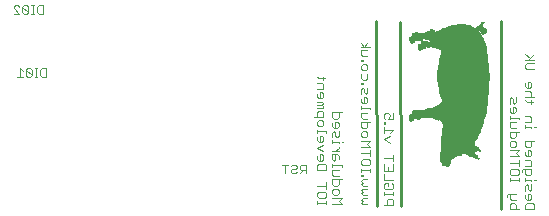
<source format=gbo>
G75*
%MOIN*%
%OFA0B0*%
%FSLAX25Y25*%
%IPPOS*%
%LPD*%
%AMOC8*
5,1,8,0,0,1.08239X$1,22.5*
%
%ADD10R,0.00060X0.01980*%
%ADD11R,0.00060X0.01200*%
%ADD12R,0.00060X0.02460*%
%ADD13R,0.00060X0.02280*%
%ADD14R,0.00060X0.02520*%
%ADD15R,0.00060X0.00240*%
%ADD16R,0.00060X0.02760*%
%ADD17R,0.00060X0.03240*%
%ADD18R,0.00060X0.03000*%
%ADD19R,0.00060X0.02700*%
%ADD20R,0.00060X0.00240*%
%ADD21R,0.00060X0.01740*%
%ADD22R,0.00060X0.02040*%
%ADD23R,0.00060X0.02220*%
%ADD24R,0.00060X0.03300*%
%ADD25R,0.00060X0.03480*%
%ADD26R,0.00060X0.05520*%
%ADD27R,0.00060X0.03540*%
%ADD28R,0.00060X0.05760*%
%ADD29R,0.00060X0.06000*%
%ADD30R,0.00060X0.04020*%
%ADD31R,0.00060X0.04260*%
%ADD32R,0.00060X0.05520*%
%ADD33R,0.00060X0.04500*%
%ADD34R,0.00060X0.04740*%
%ADD35R,0.00060X0.04980*%
%ADD36R,0.00060X0.05220*%
%ADD37R,0.00060X0.07020*%
%ADD38R,0.00060X0.10020*%
%ADD39R,0.00060X0.06240*%
%ADD40R,0.00060X0.12240*%
%ADD41R,0.00060X0.06480*%
%ADD42R,0.00060X0.14040*%
%ADD43R,0.00060X0.06720*%
%ADD44R,0.00060X0.09000*%
%ADD45R,0.00060X0.15720*%
%ADD46R,0.00060X0.07260*%
%ADD47R,0.00060X0.10980*%
%ADD48R,0.00060X0.06780*%
%ADD49R,0.00060X0.24000*%
%ADD50R,0.00060X0.12480*%
%ADD51R,0.00060X0.31740*%
%ADD52R,0.00060X0.45720*%
%ADD53R,0.00060X0.46260*%
%ADD54R,0.00060X0.46500*%
%ADD55R,0.00060X0.46740*%
%ADD56R,0.00060X0.46740*%
%ADD57R,0.00060X0.45780*%
%ADD58R,0.00060X0.45240*%
%ADD59R,0.00060X0.44760*%
%ADD60R,0.00060X0.44520*%
%ADD61R,0.00060X0.44220*%
%ADD62R,0.00060X0.43980*%
%ADD63R,0.00060X0.43740*%
%ADD64R,0.00060X0.43500*%
%ADD65R,0.00060X0.43200*%
%ADD66R,0.00060X0.42960*%
%ADD67R,0.00060X0.43260*%
%ADD68R,0.00060X0.38760*%
%ADD69R,0.00060X0.37980*%
%ADD70R,0.00060X0.01500*%
%ADD71R,0.00060X0.37500*%
%ADD72R,0.00060X0.37200*%
%ADD73R,0.00060X0.01260*%
%ADD74R,0.00060X0.00780*%
%ADD75R,0.00060X0.37020*%
%ADD76R,0.00060X0.00540*%
%ADD77R,0.00060X0.36780*%
%ADD78R,0.00060X0.34260*%
%ADD79R,0.00060X0.00480*%
%ADD80R,0.00060X0.33240*%
%ADD81R,0.00060X0.02220*%
%ADD82R,0.00060X0.32220*%
%ADD83R,0.00060X0.31260*%
%ADD84R,0.00060X0.30000*%
%ADD85R,0.00060X0.02520*%
%ADD86R,0.00060X0.01020*%
%ADD87R,0.00060X0.28740*%
%ADD88R,0.00060X0.27780*%
%ADD89R,0.00060X0.26280*%
%ADD90R,0.00060X0.24480*%
%ADD91R,0.00060X0.22800*%
%ADD92R,0.00060X0.20520*%
%ADD93R,0.00060X0.17280*%
%ADD94R,0.00060X0.10500*%
%ADD95C,0.01000*%
%ADD96C,0.00300*%
D10*
X0144308Y0056040D03*
X0144368Y0056040D03*
X0144428Y0056040D03*
X0144488Y0056040D03*
X0150308Y0080280D03*
X0150368Y0080280D03*
X0150428Y0080280D03*
X0150488Y0080280D03*
X0150548Y0080280D03*
X0150608Y0080280D03*
X0150668Y0080280D03*
X0150728Y0080280D03*
X0169268Y0084780D03*
X0169328Y0084780D03*
X0169388Y0084780D03*
X0169448Y0084780D03*
X0169508Y0084780D03*
D11*
X0144488Y0082170D03*
X0144428Y0082170D03*
X0144368Y0082170D03*
X0144308Y0082170D03*
D12*
X0147308Y0083040D03*
X0147368Y0083040D03*
X0147428Y0083040D03*
X0147488Y0083040D03*
X0147548Y0083040D03*
X0147608Y0083040D03*
X0147668Y0083040D03*
X0147728Y0083040D03*
X0147788Y0083040D03*
X0147848Y0083040D03*
X0147908Y0083040D03*
X0147968Y0083040D03*
X0148028Y0083040D03*
X0148088Y0083040D03*
X0148148Y0083040D03*
X0148208Y0083040D03*
X0148268Y0083040D03*
X0148328Y0083040D03*
X0148388Y0083040D03*
X0148448Y0083040D03*
X0148508Y0083040D03*
X0170528Y0069540D03*
X0170588Y0069540D03*
X0170648Y0069540D03*
X0170708Y0069540D03*
X0149468Y0057300D03*
X0149408Y0057300D03*
X0149348Y0057300D03*
X0149288Y0057300D03*
X0149228Y0057300D03*
X0149168Y0057300D03*
X0149108Y0057300D03*
X0149048Y0057300D03*
X0148988Y0057300D03*
X0148928Y0057300D03*
X0148868Y0057300D03*
X0148808Y0057300D03*
X0148748Y0057300D03*
X0148688Y0057300D03*
X0148628Y0057300D03*
X0148568Y0057300D03*
X0144968Y0056040D03*
X0144908Y0056040D03*
X0144848Y0056040D03*
X0144788Y0056040D03*
X0144728Y0056040D03*
X0144668Y0056040D03*
X0144608Y0056040D03*
X0144548Y0056040D03*
D13*
X0147788Y0079410D03*
X0147848Y0079410D03*
X0147908Y0079410D03*
X0147968Y0079410D03*
X0149528Y0080430D03*
X0149588Y0080430D03*
X0149648Y0080430D03*
X0149708Y0080430D03*
X0149768Y0080430D03*
X0149828Y0080430D03*
X0149888Y0080430D03*
X0149948Y0080430D03*
X0150008Y0080430D03*
X0150068Y0080430D03*
X0150128Y0080430D03*
X0150188Y0080430D03*
X0150248Y0080430D03*
X0144728Y0081930D03*
X0144668Y0081930D03*
X0144608Y0081930D03*
X0144548Y0081930D03*
X0169028Y0084930D03*
X0169088Y0084930D03*
X0169148Y0084930D03*
X0169208Y0084930D03*
D14*
X0168968Y0085050D03*
X0168908Y0085050D03*
X0168848Y0085050D03*
X0168788Y0085050D03*
X0168728Y0085050D03*
X0168668Y0085050D03*
X0168608Y0085050D03*
X0168548Y0085050D03*
X0149708Y0083310D03*
X0149648Y0083310D03*
X0149588Y0083310D03*
X0149528Y0083310D03*
X0149468Y0080310D03*
X0149408Y0080310D03*
X0149348Y0080310D03*
X0149288Y0080310D03*
X0149228Y0080310D03*
X0149168Y0080310D03*
X0149108Y0080310D03*
X0149048Y0080310D03*
X0148988Y0080310D03*
X0148928Y0080310D03*
X0148868Y0080310D03*
X0148808Y0080310D03*
X0144968Y0081810D03*
X0144908Y0081810D03*
X0144848Y0081810D03*
X0144788Y0081810D03*
X0145028Y0056310D03*
X0145088Y0056310D03*
X0145148Y0056310D03*
X0145208Y0056310D03*
D15*
X0145208Y0057930D03*
X0145148Y0057930D03*
X0145088Y0057930D03*
X0145028Y0057930D03*
D16*
X0147788Y0056910D03*
X0147848Y0056910D03*
X0147908Y0056910D03*
X0147968Y0056910D03*
X0148028Y0057150D03*
X0148088Y0057150D03*
X0148148Y0057150D03*
X0148208Y0057150D03*
X0148268Y0057150D03*
X0148328Y0057150D03*
X0148388Y0057150D03*
X0148448Y0057150D03*
X0148508Y0057150D03*
X0148568Y0080190D03*
X0148628Y0080190D03*
X0148688Y0080190D03*
X0148748Y0080190D03*
X0145208Y0081930D03*
X0145148Y0081930D03*
X0145088Y0081930D03*
X0145028Y0081930D03*
X0149768Y0083190D03*
X0149828Y0083190D03*
X0149888Y0083190D03*
X0149948Y0083190D03*
X0150008Y0083190D03*
X0150068Y0083190D03*
X0150128Y0083190D03*
X0150188Y0083190D03*
X0150248Y0083190D03*
D17*
X0145988Y0082650D03*
X0145928Y0082650D03*
X0145868Y0082650D03*
X0145808Y0082650D03*
X0145748Y0082410D03*
X0145688Y0082410D03*
X0145628Y0082410D03*
X0145568Y0082410D03*
X0145508Y0082410D03*
X0145448Y0082410D03*
X0145388Y0082410D03*
X0145328Y0082410D03*
X0145268Y0082410D03*
X0146768Y0056910D03*
X0146828Y0056910D03*
X0146888Y0056910D03*
X0146948Y0056910D03*
X0147008Y0056910D03*
X0147068Y0056910D03*
X0147128Y0056910D03*
X0147188Y0056910D03*
X0147248Y0056910D03*
X0147308Y0056910D03*
X0147368Y0056910D03*
X0147428Y0056910D03*
X0147488Y0056910D03*
X0145508Y0056670D03*
X0145448Y0056670D03*
X0145388Y0056670D03*
X0145328Y0056670D03*
X0145268Y0056670D03*
D18*
X0145568Y0056790D03*
X0145628Y0056790D03*
X0145688Y0056790D03*
X0145748Y0056790D03*
X0145808Y0057030D03*
X0145868Y0057030D03*
X0145928Y0057030D03*
X0145988Y0057030D03*
X0146048Y0057030D03*
X0146108Y0057030D03*
X0146168Y0057030D03*
X0146228Y0057030D03*
X0146288Y0057030D03*
X0146348Y0057030D03*
X0146408Y0057030D03*
X0146468Y0057030D03*
X0146528Y0057030D03*
X0146588Y0057030D03*
X0146648Y0057030D03*
X0146708Y0057030D03*
X0147548Y0056790D03*
X0147608Y0056790D03*
X0147668Y0056790D03*
X0147728Y0056790D03*
X0149768Y0057270D03*
X0149828Y0057270D03*
X0149888Y0057270D03*
X0149948Y0057270D03*
X0150008Y0057270D03*
X0148208Y0079770D03*
X0148148Y0079770D03*
X0148088Y0079770D03*
X0148028Y0079770D03*
X0148268Y0080070D03*
X0148328Y0080070D03*
X0148388Y0080070D03*
X0148448Y0080070D03*
X0148508Y0080070D03*
X0146708Y0082770D03*
X0146648Y0082770D03*
X0146588Y0082770D03*
X0146528Y0082770D03*
X0146468Y0082770D03*
X0146408Y0082770D03*
X0146348Y0082770D03*
X0146288Y0082770D03*
X0146228Y0082770D03*
X0146168Y0082770D03*
X0146108Y0082770D03*
X0146048Y0082770D03*
X0150308Y0083310D03*
X0150368Y0083310D03*
X0150428Y0083310D03*
X0150488Y0083310D03*
X0150548Y0083310D03*
X0150608Y0083310D03*
X0150668Y0083310D03*
X0150728Y0083310D03*
D19*
X0147248Y0082920D03*
X0147188Y0082920D03*
X0147128Y0082920D03*
X0147068Y0082920D03*
X0147008Y0082920D03*
X0146948Y0082920D03*
X0146888Y0082920D03*
X0146828Y0082920D03*
X0146768Y0082920D03*
X0167768Y0085920D03*
X0167828Y0085920D03*
X0167888Y0085920D03*
X0167948Y0085920D03*
X0168008Y0085920D03*
X0149708Y0057420D03*
X0149648Y0057420D03*
X0149588Y0057420D03*
X0149528Y0057420D03*
D20*
X0167768Y0044910D03*
X0167828Y0044910D03*
X0167888Y0044910D03*
X0167948Y0044910D03*
X0168008Y0044910D03*
X0167468Y0042150D03*
X0167408Y0042150D03*
X0167348Y0042150D03*
X0167288Y0042150D03*
X0147248Y0079410D03*
X0147188Y0079410D03*
X0147128Y0079410D03*
X0147068Y0079410D03*
X0169808Y0084690D03*
X0169868Y0084690D03*
X0169928Y0084690D03*
X0169988Y0084690D03*
X0169208Y0087690D03*
X0169148Y0087690D03*
X0169088Y0087690D03*
X0169028Y0087690D03*
D21*
X0150968Y0080400D03*
X0150908Y0080400D03*
X0150848Y0080400D03*
X0150788Y0080400D03*
X0147488Y0079440D03*
X0147428Y0079440D03*
X0147368Y0079440D03*
X0147308Y0079440D03*
X0166268Y0045660D03*
X0166328Y0045660D03*
X0166388Y0045660D03*
X0166448Y0045660D03*
X0166508Y0045660D03*
X0165968Y0043440D03*
X0165908Y0043440D03*
X0165848Y0043440D03*
X0165788Y0043440D03*
D22*
X0147728Y0079290D03*
X0147668Y0079290D03*
X0147608Y0079290D03*
X0147548Y0079290D03*
D23*
X0148568Y0083160D03*
X0148628Y0083160D03*
X0148688Y0083160D03*
X0148748Y0083160D03*
X0148808Y0083160D03*
X0148868Y0083160D03*
X0148928Y0083160D03*
X0148988Y0083160D03*
X0149048Y0083160D03*
X0149108Y0083160D03*
X0149168Y0083160D03*
X0149228Y0083160D03*
X0149288Y0083160D03*
X0149348Y0083160D03*
X0149408Y0083160D03*
X0149468Y0083160D03*
X0165788Y0045660D03*
X0165848Y0045660D03*
X0165908Y0045660D03*
X0165968Y0045660D03*
X0166028Y0045660D03*
X0166088Y0045660D03*
X0166148Y0045660D03*
X0166208Y0045660D03*
D24*
X0151208Y0057420D03*
X0151148Y0057420D03*
X0151088Y0057420D03*
X0151028Y0057420D03*
X0150968Y0057420D03*
X0150908Y0057420D03*
X0150848Y0057420D03*
X0150788Y0057420D03*
X0150728Y0057420D03*
X0150668Y0057420D03*
X0150608Y0057420D03*
X0150548Y0057420D03*
X0150488Y0057420D03*
X0150428Y0057420D03*
X0150368Y0057420D03*
X0150308Y0057420D03*
X0150248Y0057420D03*
X0150188Y0057420D03*
X0150128Y0057420D03*
X0150068Y0057420D03*
D25*
X0154568Y0042810D03*
X0154628Y0042810D03*
X0154688Y0042810D03*
X0154748Y0042810D03*
X0150968Y0083310D03*
X0150908Y0083310D03*
X0150848Y0083310D03*
X0150788Y0083310D03*
D26*
X0151028Y0082290D03*
X0151088Y0082290D03*
X0151148Y0082290D03*
X0151208Y0082290D03*
D27*
X0168068Y0085800D03*
X0168128Y0085800D03*
X0168188Y0085800D03*
X0168248Y0085800D03*
X0151988Y0057540D03*
X0151928Y0057540D03*
X0151868Y0057540D03*
X0151808Y0057540D03*
X0151748Y0057540D03*
X0151688Y0057540D03*
X0151628Y0057540D03*
X0151568Y0057540D03*
X0151508Y0057540D03*
X0151448Y0057540D03*
X0151388Y0057540D03*
X0151328Y0057540D03*
X0151268Y0057540D03*
D28*
X0153308Y0081930D03*
X0153368Y0081930D03*
X0153428Y0081930D03*
X0153488Y0081930D03*
X0153548Y0081930D03*
X0153608Y0081930D03*
X0153668Y0081930D03*
X0153728Y0081930D03*
X0152468Y0082170D03*
X0152408Y0082170D03*
X0152348Y0082170D03*
X0152288Y0082170D03*
X0152228Y0082170D03*
X0152168Y0082170D03*
X0152108Y0082170D03*
X0152048Y0082170D03*
X0151748Y0082410D03*
X0151688Y0082410D03*
X0151628Y0082410D03*
X0151568Y0082410D03*
X0151508Y0082410D03*
X0151448Y0082410D03*
X0151388Y0082410D03*
X0151328Y0082410D03*
X0151268Y0082410D03*
D29*
X0151808Y0082290D03*
X0151868Y0082290D03*
X0151928Y0082290D03*
X0151988Y0082290D03*
X0153788Y0082050D03*
X0153848Y0082050D03*
X0153908Y0082050D03*
X0153968Y0082050D03*
X0154568Y0057810D03*
X0154628Y0057810D03*
X0154688Y0057810D03*
X0154748Y0057810D03*
D30*
X0152468Y0057540D03*
X0152408Y0057540D03*
X0152348Y0057540D03*
X0152288Y0057540D03*
X0152228Y0057540D03*
X0152168Y0057540D03*
X0152108Y0057540D03*
X0152048Y0057540D03*
X0153548Y0069780D03*
X0153608Y0069780D03*
X0153668Y0069780D03*
X0153728Y0069780D03*
D31*
X0152708Y0057660D03*
X0152648Y0057660D03*
X0152588Y0057660D03*
X0152528Y0057660D03*
D32*
X0154028Y0057810D03*
X0154088Y0057810D03*
X0154148Y0057810D03*
X0154208Y0057810D03*
X0154268Y0057810D03*
X0154328Y0057810D03*
X0154388Y0057810D03*
X0154448Y0057810D03*
X0154508Y0057810D03*
X0153248Y0082050D03*
X0153188Y0082050D03*
X0153128Y0082050D03*
X0153068Y0082050D03*
X0153008Y0082050D03*
X0152948Y0082050D03*
X0152888Y0082050D03*
X0152828Y0082050D03*
X0152768Y0082050D03*
X0152708Y0082050D03*
X0152648Y0082050D03*
X0152588Y0082050D03*
X0152528Y0082050D03*
D33*
X0152768Y0057540D03*
X0152828Y0057540D03*
X0152888Y0057540D03*
X0152948Y0057540D03*
X0153008Y0057540D03*
X0165548Y0044820D03*
X0165608Y0044820D03*
X0165668Y0044820D03*
X0165728Y0044820D03*
D34*
X0153488Y0057660D03*
X0153428Y0057660D03*
X0153368Y0057660D03*
X0153308Y0057660D03*
X0153248Y0057660D03*
X0153188Y0057660D03*
X0153128Y0057660D03*
X0153068Y0057660D03*
D35*
X0153548Y0057780D03*
X0153608Y0057780D03*
X0153668Y0057780D03*
X0153728Y0057780D03*
D36*
X0153788Y0057660D03*
X0153848Y0057660D03*
X0153908Y0057660D03*
X0153968Y0057660D03*
D37*
X0153968Y0069780D03*
X0153908Y0069780D03*
X0153848Y0069780D03*
X0153788Y0069780D03*
D38*
X0154028Y0069780D03*
X0154088Y0069780D03*
X0154148Y0069780D03*
X0154208Y0069780D03*
D39*
X0154208Y0081930D03*
X0154148Y0081930D03*
X0154088Y0081930D03*
X0154028Y0081930D03*
D40*
X0154268Y0069930D03*
X0154328Y0069930D03*
X0154388Y0069930D03*
X0154448Y0069930D03*
X0154508Y0069930D03*
D41*
X0154508Y0082050D03*
X0154448Y0082050D03*
X0154388Y0082050D03*
X0154328Y0082050D03*
X0154268Y0082050D03*
X0154808Y0057810D03*
X0154868Y0057810D03*
X0154928Y0057810D03*
X0154988Y0057810D03*
D42*
X0154748Y0070050D03*
X0154688Y0070050D03*
X0154628Y0070050D03*
X0154568Y0070050D03*
D43*
X0154568Y0081930D03*
X0154628Y0081930D03*
X0154688Y0081930D03*
X0154748Y0081930D03*
D44*
X0154808Y0045270D03*
X0154868Y0045270D03*
X0154928Y0045270D03*
X0154988Y0045270D03*
D45*
X0154988Y0070170D03*
X0154928Y0070170D03*
X0154868Y0070170D03*
X0154808Y0070170D03*
D46*
X0154808Y0081900D03*
X0154868Y0081900D03*
X0154928Y0081900D03*
X0154988Y0081900D03*
D47*
X0155048Y0045540D03*
X0155108Y0045540D03*
X0155168Y0045540D03*
X0155228Y0045540D03*
D48*
X0155228Y0057660D03*
X0155168Y0057660D03*
X0155108Y0057660D03*
X0155048Y0057660D03*
D49*
X0155048Y0073530D03*
X0155108Y0073530D03*
X0155168Y0073530D03*
X0155228Y0073530D03*
D50*
X0155288Y0046290D03*
X0155348Y0046290D03*
X0155408Y0046290D03*
X0155468Y0046290D03*
D51*
X0155468Y0069900D03*
X0155408Y0069900D03*
X0155348Y0069900D03*
X0155288Y0069900D03*
D52*
X0155528Y0062910D03*
X0155588Y0062910D03*
X0155648Y0062910D03*
X0155708Y0062910D03*
X0155768Y0062910D03*
X0155828Y0062910D03*
X0155888Y0062910D03*
X0155948Y0062910D03*
X0156008Y0062910D03*
D53*
X0156068Y0062940D03*
X0156128Y0062940D03*
X0156188Y0062940D03*
X0156248Y0062940D03*
X0156308Y0062940D03*
X0156368Y0062940D03*
X0156428Y0062940D03*
X0156488Y0062940D03*
D54*
X0156548Y0063060D03*
X0156608Y0063060D03*
X0156668Y0063060D03*
X0156728Y0063060D03*
X0156788Y0063060D03*
X0156848Y0063060D03*
X0156908Y0063060D03*
X0156968Y0063060D03*
D55*
X0157028Y0062940D03*
X0157088Y0062940D03*
X0157148Y0062940D03*
X0157208Y0062940D03*
D56*
X0157268Y0063180D03*
X0157328Y0063180D03*
X0157388Y0063180D03*
X0157448Y0063180D03*
X0157508Y0063180D03*
D57*
X0157568Y0063660D03*
X0157628Y0063660D03*
X0157688Y0063660D03*
X0157748Y0063660D03*
D58*
X0157808Y0063930D03*
X0157868Y0063930D03*
X0157928Y0063930D03*
X0157988Y0063930D03*
D59*
X0158048Y0064170D03*
X0158108Y0064170D03*
X0158168Y0064170D03*
X0158228Y0064170D03*
X0158288Y0064410D03*
X0158348Y0064410D03*
X0158408Y0064410D03*
X0158468Y0064410D03*
D60*
X0158528Y0064530D03*
X0158588Y0064530D03*
X0158648Y0064530D03*
X0158708Y0064530D03*
D61*
X0158768Y0064680D03*
X0158828Y0064680D03*
X0158888Y0064680D03*
X0158948Y0064680D03*
X0159008Y0064680D03*
X0159068Y0064680D03*
X0159128Y0064680D03*
X0159188Y0064680D03*
X0159248Y0064680D03*
X0159308Y0064920D03*
X0159368Y0064920D03*
X0159428Y0064920D03*
X0159488Y0064920D03*
D62*
X0159548Y0065040D03*
X0159608Y0065040D03*
X0159668Y0065040D03*
X0159728Y0065040D03*
X0159788Y0065040D03*
X0159848Y0065040D03*
X0159908Y0065040D03*
X0159968Y0065040D03*
D63*
X0160028Y0065160D03*
X0160088Y0065160D03*
X0160148Y0065160D03*
X0160208Y0065160D03*
X0160268Y0065160D03*
X0160328Y0065160D03*
X0160388Y0065160D03*
X0160448Y0065160D03*
X0160508Y0065160D03*
X0160568Y0065400D03*
X0160628Y0065400D03*
X0160688Y0065400D03*
X0160748Y0065400D03*
X0160808Y0065400D03*
X0160868Y0065400D03*
X0160928Y0065400D03*
X0160988Y0065400D03*
X0161048Y0065400D03*
X0161108Y0065400D03*
X0161168Y0065400D03*
X0161228Y0065400D03*
X0161288Y0065400D03*
X0161348Y0065400D03*
X0161408Y0065400D03*
X0161468Y0065400D03*
X0164288Y0064920D03*
X0164348Y0064920D03*
X0164408Y0064920D03*
X0164468Y0064920D03*
D64*
X0164528Y0064800D03*
X0164588Y0064800D03*
X0164648Y0064800D03*
X0164708Y0064800D03*
X0164768Y0064560D03*
X0164828Y0064560D03*
X0164888Y0064560D03*
X0164948Y0064560D03*
X0165008Y0064560D03*
X0165068Y0064560D03*
X0165128Y0064560D03*
X0165188Y0064560D03*
X0165248Y0064560D03*
X0164228Y0065040D03*
X0164168Y0065040D03*
X0164108Y0065040D03*
X0164048Y0065040D03*
X0163988Y0065040D03*
X0163928Y0065040D03*
X0163868Y0065040D03*
X0163808Y0065040D03*
X0163748Y0065280D03*
X0163688Y0065280D03*
X0163628Y0065280D03*
X0163568Y0065280D03*
X0162488Y0065520D03*
X0162428Y0065520D03*
X0162368Y0065520D03*
X0162308Y0065520D03*
X0162248Y0065520D03*
X0162188Y0065520D03*
X0162128Y0065520D03*
X0162068Y0065520D03*
X0162008Y0065520D03*
X0161948Y0065520D03*
X0161888Y0065520D03*
X0161828Y0065520D03*
X0161768Y0065520D03*
X0161708Y0065520D03*
X0161648Y0065520D03*
X0161588Y0065520D03*
X0161528Y0065520D03*
D65*
X0162548Y0065670D03*
X0162608Y0065670D03*
X0162668Y0065670D03*
X0162728Y0065670D03*
X0162788Y0065670D03*
X0162848Y0065670D03*
X0162908Y0065670D03*
X0162968Y0065670D03*
D66*
X0163028Y0065550D03*
X0163088Y0065550D03*
X0163148Y0065550D03*
X0163208Y0065550D03*
D67*
X0163268Y0065400D03*
X0163328Y0065400D03*
X0163388Y0065400D03*
X0163448Y0065400D03*
X0163508Y0065400D03*
X0165308Y0064440D03*
X0165368Y0064440D03*
X0165428Y0064440D03*
X0165488Y0064440D03*
D68*
X0165548Y0066690D03*
X0165608Y0066690D03*
X0165668Y0066690D03*
X0165728Y0066690D03*
D69*
X0165788Y0066780D03*
X0165848Y0066780D03*
X0165908Y0066780D03*
X0165968Y0066780D03*
D70*
X0169568Y0084780D03*
X0169628Y0084780D03*
X0169688Y0084780D03*
X0169748Y0084780D03*
X0166988Y0045540D03*
X0166928Y0045540D03*
X0166868Y0045540D03*
X0166808Y0045540D03*
X0166748Y0045540D03*
X0166688Y0045540D03*
X0166628Y0045540D03*
X0166568Y0045540D03*
X0166208Y0043320D03*
X0166148Y0043320D03*
X0166088Y0043320D03*
X0166028Y0043320D03*
X0166268Y0043020D03*
X0166328Y0043020D03*
X0166388Y0043020D03*
X0166448Y0043020D03*
X0166508Y0043020D03*
D71*
X0166208Y0066780D03*
X0166148Y0066780D03*
X0166088Y0066780D03*
X0166028Y0066780D03*
X0166568Y0067560D03*
X0166628Y0067560D03*
X0166688Y0067560D03*
X0166748Y0067560D03*
D72*
X0166508Y0067170D03*
X0166448Y0067170D03*
X0166388Y0067170D03*
X0166328Y0067170D03*
X0166268Y0067170D03*
D73*
X0167288Y0085920D03*
X0167348Y0085920D03*
X0167408Y0085920D03*
X0167468Y0085920D03*
X0167228Y0045420D03*
X0167168Y0045420D03*
X0167108Y0045420D03*
X0167048Y0045420D03*
X0166748Y0042900D03*
X0166688Y0042900D03*
X0166628Y0042900D03*
X0166568Y0042900D03*
D74*
X0166808Y0042660D03*
X0166868Y0042660D03*
X0166928Y0042660D03*
X0166988Y0042660D03*
X0167288Y0045180D03*
X0167348Y0045180D03*
X0167408Y0045180D03*
X0167468Y0045180D03*
X0168548Y0087420D03*
X0168608Y0087420D03*
X0168668Y0087420D03*
X0168728Y0087420D03*
X0168788Y0087660D03*
X0168848Y0087660D03*
X0168908Y0087660D03*
X0168968Y0087660D03*
D75*
X0166988Y0067800D03*
X0166928Y0067800D03*
X0166868Y0067800D03*
X0166808Y0067800D03*
D76*
X0167048Y0042300D03*
X0167108Y0042300D03*
X0167168Y0042300D03*
X0167228Y0042300D03*
D77*
X0167228Y0068160D03*
X0167168Y0068160D03*
X0167108Y0068160D03*
X0167048Y0068160D03*
D78*
X0167288Y0067440D03*
X0167348Y0067440D03*
X0167408Y0067440D03*
X0167468Y0067440D03*
D79*
X0167528Y0045030D03*
X0167588Y0045030D03*
X0167648Y0045030D03*
X0167708Y0045030D03*
D80*
X0167708Y0067650D03*
X0167648Y0067650D03*
X0167588Y0067650D03*
X0167528Y0067650D03*
D81*
X0167528Y0085920D03*
X0167588Y0085920D03*
X0167648Y0085920D03*
X0167708Y0085920D03*
D82*
X0167768Y0067920D03*
X0167828Y0067920D03*
X0167888Y0067920D03*
X0167948Y0067920D03*
X0168008Y0067920D03*
D83*
X0168068Y0067920D03*
X0168128Y0067920D03*
X0168188Y0067920D03*
X0168248Y0067920D03*
D84*
X0168308Y0068070D03*
X0168368Y0068070D03*
X0168428Y0068070D03*
X0168488Y0068070D03*
D85*
X0168488Y0085290D03*
X0168428Y0085290D03*
X0168368Y0085290D03*
X0168308Y0085290D03*
D86*
X0168308Y0087300D03*
X0168368Y0087300D03*
X0168428Y0087300D03*
X0168488Y0087300D03*
D87*
X0168548Y0068160D03*
X0168608Y0068160D03*
X0168668Y0068160D03*
X0168728Y0068160D03*
D88*
X0168788Y0068160D03*
X0168848Y0068160D03*
X0168908Y0068160D03*
X0168968Y0068160D03*
D89*
X0169028Y0068430D03*
X0169088Y0068430D03*
X0169148Y0068430D03*
X0169208Y0068430D03*
D90*
X0169268Y0068550D03*
X0169328Y0068550D03*
X0169388Y0068550D03*
X0169448Y0068550D03*
X0169508Y0068550D03*
D91*
X0169568Y0068670D03*
X0169628Y0068670D03*
X0169688Y0068670D03*
X0169748Y0068670D03*
D92*
X0169808Y0068550D03*
X0169868Y0068550D03*
X0169928Y0068550D03*
X0169988Y0068550D03*
D93*
X0170048Y0068430D03*
X0170108Y0068430D03*
X0170168Y0068430D03*
X0170228Y0068430D03*
D94*
X0170288Y0069060D03*
X0170348Y0069060D03*
X0170408Y0069060D03*
X0170468Y0069060D03*
D95*
X0174494Y0088210D02*
X0174613Y0025460D01*
X0141134Y0026555D02*
X0141014Y0088055D01*
X0132929Y0088235D02*
X0133048Y0026735D01*
D96*
X0103515Y0040352D02*
X0101580Y0040352D01*
X0102548Y0040352D02*
X0102548Y0037450D01*
X0104527Y0037934D02*
X0105010Y0037450D01*
X0105978Y0037450D01*
X0106462Y0037934D01*
X0105978Y0038901D02*
X0105010Y0038901D01*
X0104527Y0038417D01*
X0104527Y0037934D01*
X0105978Y0038901D02*
X0106462Y0039385D01*
X0106462Y0039869D01*
X0105978Y0040352D01*
X0105010Y0040352D01*
X0104527Y0039869D01*
X0107473Y0039869D02*
X0107473Y0038901D01*
X0107957Y0038417D01*
X0109408Y0038417D01*
X0109408Y0037450D02*
X0109408Y0040352D01*
X0107957Y0040352D01*
X0107473Y0039869D01*
X0108441Y0038417D02*
X0107473Y0037450D01*
X0113248Y0038590D02*
X0113248Y0040131D01*
X0113762Y0040645D01*
X0115817Y0040645D01*
X0116331Y0040131D01*
X0116331Y0038590D01*
X0113248Y0038590D01*
X0113762Y0041702D02*
X0114790Y0041702D01*
X0115304Y0042216D01*
X0115304Y0043244D01*
X0114790Y0043757D01*
X0114276Y0043757D01*
X0114276Y0041702D01*
X0113762Y0041702D02*
X0113248Y0042216D01*
X0113248Y0043244D01*
X0115304Y0044815D02*
X0113248Y0045842D01*
X0115304Y0046870D01*
X0114790Y0047927D02*
X0115304Y0048441D01*
X0115304Y0049468D01*
X0114790Y0049982D01*
X0114276Y0049982D01*
X0114276Y0047927D01*
X0113762Y0047927D02*
X0114790Y0047927D01*
X0113762Y0047927D02*
X0113248Y0048441D01*
X0113248Y0049468D01*
X0113248Y0051039D02*
X0113248Y0052067D01*
X0113248Y0051553D02*
X0116331Y0051553D01*
X0116331Y0051039D01*
X0118318Y0051024D02*
X0118318Y0049483D01*
X0118318Y0048436D02*
X0118318Y0047408D01*
X0118318Y0047922D02*
X0120374Y0047922D01*
X0120374Y0047408D01*
X0120374Y0046356D02*
X0120374Y0045842D01*
X0119346Y0044815D01*
X0118318Y0044815D02*
X0120374Y0044815D01*
X0119860Y0043757D02*
X0118318Y0043757D01*
X0118318Y0042216D01*
X0118832Y0041702D01*
X0119346Y0042216D01*
X0119346Y0043757D01*
X0119860Y0043757D02*
X0120374Y0043244D01*
X0120374Y0042216D01*
X0121401Y0040141D02*
X0118318Y0040141D01*
X0118318Y0039627D02*
X0118318Y0040655D01*
X0118318Y0038570D02*
X0120374Y0038570D01*
X0121401Y0039627D02*
X0121401Y0040141D01*
X0118318Y0038570D02*
X0118318Y0037029D01*
X0118832Y0036515D01*
X0120374Y0036515D01*
X0120374Y0035458D02*
X0120374Y0033917D01*
X0119860Y0033403D01*
X0118832Y0033403D01*
X0118318Y0033917D01*
X0118318Y0035458D01*
X0121401Y0035458D01*
X0116331Y0034421D02*
X0116331Y0032365D01*
X0116331Y0033393D02*
X0113248Y0033393D01*
X0113762Y0031308D02*
X0115817Y0031308D01*
X0116331Y0030795D01*
X0116331Y0029767D01*
X0115817Y0029253D01*
X0113762Y0029253D01*
X0113248Y0029767D01*
X0113248Y0030795D01*
X0113762Y0031308D01*
X0113248Y0028206D02*
X0113248Y0027178D01*
X0113248Y0027692D02*
X0116331Y0027692D01*
X0116331Y0027178D02*
X0116331Y0028206D01*
X0118318Y0029233D02*
X0121401Y0029233D01*
X0120374Y0028206D01*
X0121401Y0027178D01*
X0118318Y0027178D01*
X0118832Y0030291D02*
X0118318Y0030804D01*
X0118318Y0031832D01*
X0118832Y0032346D01*
X0119860Y0032346D01*
X0120374Y0031832D01*
X0120374Y0030804D01*
X0119860Y0030291D01*
X0118832Y0030291D01*
X0127854Y0030763D02*
X0128367Y0031277D01*
X0127854Y0031790D01*
X0128367Y0032304D01*
X0129909Y0032304D01*
X0129909Y0033361D02*
X0128367Y0033361D01*
X0127854Y0033875D01*
X0128367Y0034389D01*
X0127854Y0034903D01*
X0128367Y0035416D01*
X0129909Y0035416D01*
X0128367Y0036474D02*
X0128367Y0036987D01*
X0127854Y0036987D01*
X0127854Y0036474D01*
X0128367Y0036474D01*
X0127854Y0038030D02*
X0127854Y0039057D01*
X0127854Y0038543D02*
X0130936Y0038543D01*
X0130936Y0038030D02*
X0130936Y0039057D01*
X0130422Y0040105D02*
X0128367Y0040105D01*
X0127854Y0040618D01*
X0127854Y0041646D01*
X0128367Y0042160D01*
X0130422Y0042160D01*
X0130936Y0041646D01*
X0130936Y0040618D01*
X0130422Y0040105D01*
X0135458Y0040455D02*
X0135458Y0038400D01*
X0138541Y0038400D01*
X0138541Y0040455D01*
X0138541Y0041513D02*
X0138541Y0043568D01*
X0138541Y0042540D02*
X0135458Y0042540D01*
X0130936Y0043217D02*
X0130936Y0045272D01*
X0130936Y0044244D02*
X0127854Y0044244D01*
X0127854Y0046329D02*
X0130936Y0046329D01*
X0129909Y0047357D01*
X0130936Y0048384D01*
X0127854Y0048384D01*
X0128367Y0049441D02*
X0127854Y0049955D01*
X0127854Y0050983D01*
X0128367Y0051496D01*
X0129395Y0051496D01*
X0129909Y0050983D01*
X0129909Y0049955D01*
X0129395Y0049441D01*
X0128367Y0049441D01*
X0121915Y0047922D02*
X0121401Y0047922D01*
X0119860Y0049483D02*
X0120374Y0049997D01*
X0120374Y0051538D01*
X0119346Y0051024D02*
X0118832Y0051538D01*
X0118318Y0051024D01*
X0119346Y0051024D02*
X0119346Y0049997D01*
X0119860Y0049483D01*
X0119860Y0052595D02*
X0120374Y0053109D01*
X0120374Y0054136D01*
X0119860Y0054650D01*
X0119346Y0054650D01*
X0119346Y0052595D01*
X0118832Y0052595D02*
X0119860Y0052595D01*
X0118832Y0052595D02*
X0118318Y0053109D01*
X0118318Y0054136D01*
X0118832Y0055707D02*
X0119860Y0055707D01*
X0120374Y0056221D01*
X0120374Y0057762D01*
X0121401Y0057762D02*
X0118318Y0057762D01*
X0118318Y0056221D01*
X0118832Y0055707D01*
X0115304Y0056226D02*
X0115304Y0057767D01*
X0114790Y0058281D01*
X0113762Y0058281D01*
X0113248Y0057767D01*
X0113248Y0056226D01*
X0112221Y0056226D02*
X0115304Y0056226D01*
X0114790Y0055169D02*
X0115304Y0054655D01*
X0115304Y0053628D01*
X0114790Y0053114D01*
X0113762Y0053114D01*
X0113248Y0053628D01*
X0113248Y0054655D01*
X0113762Y0055169D01*
X0114790Y0055169D01*
X0115304Y0059338D02*
X0113248Y0059338D01*
X0113248Y0060366D02*
X0114790Y0060366D01*
X0115304Y0060880D01*
X0114790Y0061393D01*
X0113248Y0061393D01*
X0113762Y0062451D02*
X0114790Y0062451D01*
X0115304Y0062964D01*
X0115304Y0063992D01*
X0114790Y0064506D01*
X0114276Y0064506D01*
X0114276Y0062451D01*
X0113762Y0062451D02*
X0113248Y0062964D01*
X0113248Y0063992D01*
X0113248Y0065563D02*
X0115304Y0065563D01*
X0115304Y0067104D01*
X0114790Y0067618D01*
X0113248Y0067618D01*
X0113762Y0069189D02*
X0113248Y0069703D01*
X0113762Y0069189D02*
X0115817Y0069189D01*
X0115304Y0068675D02*
X0115304Y0069703D01*
X0127854Y0069147D02*
X0127854Y0070689D01*
X0128367Y0071746D02*
X0127854Y0072260D01*
X0127854Y0073287D01*
X0128367Y0073801D01*
X0129395Y0073801D01*
X0129909Y0073287D01*
X0129909Y0072260D01*
X0129395Y0071746D01*
X0128367Y0071746D01*
X0129909Y0070689D02*
X0129909Y0069147D01*
X0129395Y0068634D01*
X0128367Y0068634D01*
X0127854Y0069147D01*
X0127854Y0067591D02*
X0127854Y0067077D01*
X0128367Y0067077D01*
X0128367Y0067591D01*
X0127854Y0067591D01*
X0128367Y0066020D02*
X0128881Y0065506D01*
X0128881Y0064479D01*
X0129395Y0063965D01*
X0129909Y0064479D01*
X0129909Y0066020D01*
X0128367Y0066020D02*
X0127854Y0065506D01*
X0127854Y0063965D01*
X0128881Y0062908D02*
X0128881Y0060853D01*
X0128367Y0060853D02*
X0129395Y0060853D01*
X0129909Y0061367D01*
X0129909Y0062394D01*
X0129395Y0062908D01*
X0128881Y0062908D01*
X0127854Y0062394D02*
X0127854Y0061367D01*
X0128367Y0060853D01*
X0127854Y0059806D02*
X0127854Y0058778D01*
X0127854Y0059292D02*
X0130936Y0059292D01*
X0130936Y0058778D01*
X0129909Y0057721D02*
X0127854Y0057721D01*
X0127854Y0056180D01*
X0128367Y0055666D01*
X0129909Y0055666D01*
X0129909Y0054609D02*
X0129909Y0053067D01*
X0129395Y0052554D01*
X0128367Y0052554D01*
X0127854Y0053067D01*
X0127854Y0054609D01*
X0130936Y0054609D01*
X0135458Y0054475D02*
X0135458Y0053962D01*
X0135972Y0053962D01*
X0135972Y0054475D01*
X0135458Y0054475D01*
X0135972Y0055518D02*
X0135458Y0056031D01*
X0135458Y0057059D01*
X0135972Y0057573D01*
X0137000Y0057573D01*
X0137514Y0057059D01*
X0137514Y0056545D01*
X0137000Y0055518D01*
X0138541Y0055518D01*
X0138541Y0057573D01*
X0135458Y0052904D02*
X0135458Y0050849D01*
X0135458Y0051877D02*
X0138541Y0051877D01*
X0137514Y0050849D01*
X0137514Y0049792D02*
X0135458Y0048765D01*
X0137514Y0047737D01*
X0137000Y0039428D02*
X0137000Y0038400D01*
X0135458Y0037343D02*
X0135458Y0035288D01*
X0138541Y0035288D01*
X0138027Y0034231D02*
X0138541Y0033717D01*
X0138541Y0032690D01*
X0138027Y0032176D01*
X0135972Y0032176D01*
X0135458Y0032690D01*
X0135458Y0033717D01*
X0135972Y0034231D01*
X0137000Y0034231D01*
X0137000Y0033203D01*
X0138541Y0031129D02*
X0138541Y0030101D01*
X0138541Y0030615D02*
X0135458Y0030615D01*
X0135458Y0030101D02*
X0135458Y0031129D01*
X0137000Y0029044D02*
X0136486Y0028530D01*
X0136486Y0026989D01*
X0135458Y0026989D02*
X0138541Y0026989D01*
X0138541Y0028530D01*
X0138027Y0029044D01*
X0137000Y0029044D01*
X0129909Y0029192D02*
X0128367Y0029192D01*
X0127854Y0028678D01*
X0128367Y0028164D01*
X0127854Y0027651D01*
X0128367Y0027137D01*
X0129909Y0027137D01*
X0129909Y0030249D02*
X0128367Y0030249D01*
X0127854Y0030763D01*
X0176406Y0030115D02*
X0176406Y0029601D01*
X0176406Y0030115D02*
X0176920Y0030629D01*
X0179489Y0030629D01*
X0177434Y0030629D02*
X0177434Y0029088D01*
X0177947Y0028574D01*
X0179489Y0028574D01*
X0178975Y0027517D02*
X0177947Y0027517D01*
X0177434Y0027003D01*
X0177434Y0025462D01*
X0180516Y0025462D01*
X0179489Y0025462D02*
X0179489Y0027003D01*
X0178975Y0027517D01*
X0182504Y0027003D02*
X0183017Y0027517D01*
X0185072Y0027517D01*
X0185586Y0027003D01*
X0185586Y0025462D01*
X0182504Y0025462D01*
X0182504Y0027003D01*
X0183017Y0028574D02*
X0184045Y0028574D01*
X0184559Y0029088D01*
X0184559Y0030115D01*
X0184045Y0030629D01*
X0183531Y0030629D01*
X0183531Y0028574D01*
X0183017Y0028574D02*
X0182504Y0029088D01*
X0182504Y0030115D01*
X0182504Y0031686D02*
X0182504Y0033227D01*
X0183017Y0033741D01*
X0183531Y0033227D01*
X0183531Y0032200D01*
X0184045Y0031686D01*
X0184559Y0032200D01*
X0184559Y0033741D01*
X0184559Y0034798D02*
X0184559Y0035312D01*
X0182504Y0035312D01*
X0182504Y0034798D02*
X0182504Y0035826D01*
X0183017Y0036873D02*
X0182504Y0037387D01*
X0182504Y0038928D01*
X0181990Y0038928D02*
X0184559Y0038928D01*
X0184559Y0037387D01*
X0184045Y0036873D01*
X0183017Y0036873D01*
X0181476Y0037901D02*
X0181476Y0038415D01*
X0181990Y0038928D01*
X0182504Y0039986D02*
X0184559Y0039986D01*
X0184559Y0041527D01*
X0184045Y0042041D01*
X0182504Y0042041D01*
X0183017Y0043098D02*
X0184045Y0043098D01*
X0184559Y0043612D01*
X0184559Y0044639D01*
X0184045Y0045153D01*
X0183531Y0045153D01*
X0183531Y0043098D01*
X0183017Y0043098D02*
X0182504Y0043612D01*
X0182504Y0044639D01*
X0183017Y0046210D02*
X0184045Y0046210D01*
X0184559Y0046724D01*
X0184559Y0048265D01*
X0185586Y0048265D02*
X0182504Y0048265D01*
X0182504Y0046724D01*
X0183017Y0046210D01*
X0180516Y0045153D02*
X0177434Y0045153D01*
X0177947Y0046210D02*
X0177434Y0046724D01*
X0177434Y0047751D01*
X0177947Y0048265D01*
X0178975Y0048265D01*
X0179489Y0047751D01*
X0179489Y0046724D01*
X0178975Y0046210D01*
X0177947Y0046210D01*
X0179489Y0044125D02*
X0180516Y0045153D01*
X0179489Y0044125D02*
X0180516Y0043098D01*
X0177434Y0043098D01*
X0180516Y0042041D02*
X0180516Y0039986D01*
X0180516Y0041013D02*
X0177434Y0041013D01*
X0177947Y0038928D02*
X0180002Y0038928D01*
X0180516Y0038415D01*
X0180516Y0037387D01*
X0180002Y0036873D01*
X0177947Y0036873D01*
X0177434Y0037387D01*
X0177434Y0038415D01*
X0177947Y0038928D01*
X0177434Y0035826D02*
X0177434Y0034798D01*
X0177434Y0035312D02*
X0180516Y0035312D01*
X0180516Y0034798D02*
X0180516Y0035826D01*
X0185586Y0035312D02*
X0186100Y0035312D01*
X0178975Y0049322D02*
X0177947Y0049322D01*
X0177434Y0049836D01*
X0177434Y0051377D01*
X0180516Y0051377D01*
X0179489Y0051377D02*
X0179489Y0049836D01*
X0178975Y0049322D01*
X0179489Y0052435D02*
X0177947Y0052435D01*
X0177434Y0052948D01*
X0177434Y0054490D01*
X0179489Y0054490D01*
X0180516Y0055547D02*
X0180516Y0056061D01*
X0177434Y0056061D01*
X0177434Y0056574D02*
X0177434Y0055547D01*
X0177947Y0057622D02*
X0178975Y0057622D01*
X0179489Y0058135D01*
X0179489Y0059163D01*
X0178975Y0059677D01*
X0178461Y0059677D01*
X0178461Y0057622D01*
X0177947Y0057622D02*
X0177434Y0058135D01*
X0177434Y0059163D01*
X0177434Y0060734D02*
X0177434Y0062275D01*
X0177947Y0062789D01*
X0178461Y0062275D01*
X0178461Y0061248D01*
X0178975Y0060734D01*
X0179489Y0061248D01*
X0179489Y0062789D01*
X0182504Y0062809D02*
X0185586Y0062809D01*
X0184559Y0063322D02*
X0184559Y0064350D01*
X0184045Y0064864D01*
X0182504Y0064864D01*
X0183017Y0065921D02*
X0184045Y0065921D01*
X0184559Y0066435D01*
X0184559Y0067462D01*
X0184045Y0067976D01*
X0183531Y0067976D01*
X0183531Y0065921D01*
X0183017Y0065921D02*
X0182504Y0066435D01*
X0182504Y0067462D01*
X0184559Y0063322D02*
X0184045Y0062809D01*
X0184559Y0061761D02*
X0184559Y0060734D01*
X0185072Y0061248D02*
X0183017Y0061248D01*
X0182504Y0061761D01*
X0182504Y0056564D02*
X0184045Y0056564D01*
X0184559Y0056051D01*
X0184559Y0054509D01*
X0182504Y0054509D01*
X0182504Y0053462D02*
X0182504Y0052435D01*
X0182504Y0052948D02*
X0184559Y0052948D01*
X0184559Y0052435D01*
X0185586Y0052948D02*
X0186100Y0052948D01*
X0185586Y0072145D02*
X0183017Y0072145D01*
X0182504Y0072659D01*
X0182504Y0073687D01*
X0183017Y0074201D01*
X0185586Y0074201D01*
X0185586Y0075258D02*
X0182504Y0075258D01*
X0183531Y0075258D02*
X0185586Y0077313D01*
X0184045Y0075771D02*
X0182504Y0077313D01*
X0130936Y0079526D02*
X0127854Y0079526D01*
X0128881Y0079526D02*
X0127854Y0081068D01*
X0128881Y0079526D02*
X0129909Y0081068D01*
X0129909Y0078469D02*
X0127854Y0078469D01*
X0127854Y0076928D01*
X0128367Y0076414D01*
X0129909Y0076414D01*
X0128367Y0075372D02*
X0127854Y0075372D01*
X0127854Y0074858D01*
X0128367Y0074858D01*
X0128367Y0075372D01*
X0114790Y0060366D02*
X0115304Y0059852D01*
X0115304Y0059338D01*
X0022935Y0069638D02*
X0021484Y0069638D01*
X0021000Y0070121D01*
X0021000Y0072056D01*
X0021484Y0072540D01*
X0022935Y0072540D01*
X0022935Y0069638D01*
X0019988Y0069638D02*
X0019021Y0069638D01*
X0019505Y0069638D02*
X0019505Y0072540D01*
X0019988Y0072540D02*
X0019021Y0072540D01*
X0018024Y0072056D02*
X0017540Y0072540D01*
X0016573Y0072540D01*
X0016089Y0072056D01*
X0018024Y0070121D01*
X0017540Y0069638D01*
X0016573Y0069638D01*
X0016089Y0070121D01*
X0016089Y0072056D01*
X0015078Y0071572D02*
X0014110Y0072540D01*
X0014110Y0069638D01*
X0013143Y0069638D02*
X0015078Y0069638D01*
X0018024Y0070121D02*
X0018024Y0072056D01*
X0017905Y0090650D02*
X0018872Y0090650D01*
X0018388Y0090650D02*
X0018388Y0093552D01*
X0017905Y0093552D02*
X0018872Y0093552D01*
X0019884Y0093069D02*
X0020367Y0093552D01*
X0021819Y0093552D01*
X0021819Y0090650D01*
X0020367Y0090650D01*
X0019884Y0091134D01*
X0019884Y0093069D01*
X0016908Y0093069D02*
X0016424Y0093552D01*
X0015456Y0093552D01*
X0014973Y0093069D01*
X0016908Y0091134D01*
X0016424Y0090650D01*
X0015456Y0090650D01*
X0014973Y0091134D01*
X0014973Y0093069D01*
X0013961Y0093069D02*
X0013477Y0093552D01*
X0012510Y0093552D01*
X0012026Y0093069D01*
X0012026Y0092585D01*
X0013961Y0090650D01*
X0012026Y0090650D01*
X0016908Y0091134D02*
X0016908Y0093069D01*
M02*

</source>
